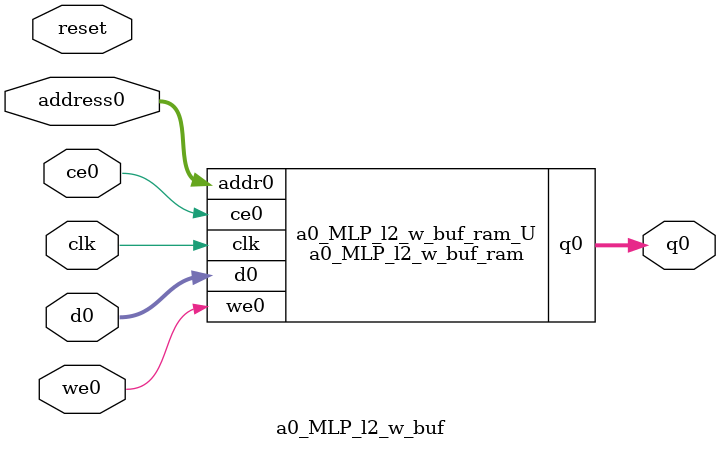
<source format=v>
`timescale 1 ns / 1 ps
module a0_MLP_l2_w_buf_ram (addr0, ce0, d0, we0, q0,  clk);

parameter DWIDTH = 8;
parameter AWIDTH = 10;
parameter MEM_SIZE = 1000;

input[AWIDTH-1:0] addr0;
input ce0;
input[DWIDTH-1:0] d0;
input we0;
output reg[DWIDTH-1:0] q0;
input clk;

(* ram_style = "block" *)reg [DWIDTH-1:0] ram[0:MEM_SIZE-1];




always @(posedge clk)  
begin 
    if (ce0) 
    begin
        if (we0) 
        begin 
            ram[addr0] <= d0; 
        end 
        q0 <= ram[addr0];
    end
end


endmodule

`timescale 1 ns / 1 ps
module a0_MLP_l2_w_buf(
    reset,
    clk,
    address0,
    ce0,
    we0,
    d0,
    q0);

parameter DataWidth = 32'd8;
parameter AddressRange = 32'd1000;
parameter AddressWidth = 32'd10;
input reset;
input clk;
input[AddressWidth - 1:0] address0;
input ce0;
input we0;
input[DataWidth - 1:0] d0;
output[DataWidth - 1:0] q0;



a0_MLP_l2_w_buf_ram a0_MLP_l2_w_buf_ram_U(
    .clk( clk ),
    .addr0( address0 ),
    .ce0( ce0 ),
    .we0( we0 ),
    .d0( d0 ),
    .q0( q0 ));

endmodule


</source>
